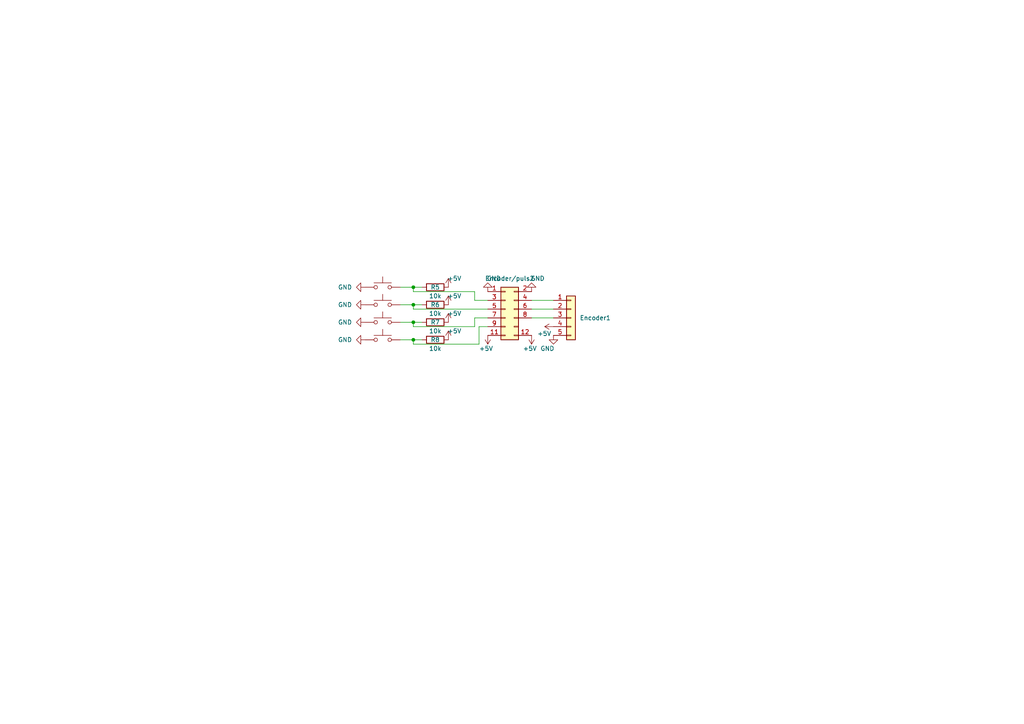
<source format=kicad_sch>
(kicad_sch (version 20211123) (generator eeschema)
  (paper "A4")
  (lib_symbols
    (symbol "Connector_Generic:Conn_01x05" (pin_names (offset 1.016) hide)
      (property "Reference" "J" (at 0 7.62 0))
      (property "Value" "Conn_01x05" (at 0 -7.62 0))
      (symbol "Conn_01x05_1_1"
        (rectangle (start -1.27 -4.953) (end 0 -5.207) (stroke (width 0.1524)))
        (rectangle (start -1.27 -2.413) (end 0 -2.667) (stroke (width 0.1524)))
        (rectangle (start -1.27 0.127) (end 0 -0.127) (stroke (width 0.1524)))
        (rectangle (start -1.27 2.667) (end 0 2.413) (stroke (width 0.1524)))
        (rectangle (start -1.27 5.207) (end 0 4.953) (stroke (width 0.1524)))
        (rectangle (start -1.27 6.35) (end 1.27 -6.35) (stroke (width 0.254)) (fill (type background)))
        (pin passive line (at -5.08 5.08 0) (length 3.81) (name "Pin_1") (number "1"))
        (pin passive line (at -5.08 2.54 0) (length 3.81) (name "Pin_2") (number "2"))
        (pin passive line (at -5.08 0 0) (length 3.81) (name "Pin_3") (number "3"))
        (pin passive line (at -5.08 -2.54 0) (length 3.81) (name "Pin_4") (number "4"))
        (pin passive line (at -5.08 -5.08 0) (length 3.81) (name "Pin_5") (number "5"))
      )
    )
    (symbol "Device:R" (pin_numbers hide) (pin_names (offset 0))
      (property "Reference" "R" (at 2.032 0 90))
      (property "Value" "R" (at 0 0 90))
      (symbol "R_0_1"
        (rectangle (start -1.016 -2.54) (end 1.016 2.54) (stroke (width 0.254)))
      )
      (symbol "R_1_1"
        (pin passive line (at 0 3.81 270) (length 1.27) (name "~") (number "1"))
        (pin passive line (at 0 -3.81 90) (length 1.27) (name "~") (number "2"))
      )
    )
    (symbol "ENCODER+PULS:Conn_02x06_Odd_Even" (pin_names (offset 1.016) hide)
      (property "Reference" "Encoder/puls1" (at 1.27 10.16 0))
      (symbol "Conn_02x06_Odd_Even_1_1"
        (rectangle (start -1.27 -7.493) (end 0 -7.747) (stroke (width 0.1524)))
        (rectangle (start -1.27 -4.953) (end 0 -5.207) (stroke (width 0.1524)))
        (rectangle (start -1.27 -2.413) (end 0 -2.667) (stroke (width 0.1524)))
        (rectangle (start -1.27 0.127) (end 0 -0.127) (stroke (width 0.1524)))
        (rectangle (start -1.27 2.667) (end 0 2.413) (stroke (width 0.1524)))
        (rectangle (start -1.27 5.207) (end 0 4.953) (stroke (width 0.1524)))
        (rectangle (start -1.27 6.35) (end 3.81 -8.89) (stroke (width 0.254)) (fill (type background)))
        (rectangle (start 3.81 -7.493) (end 2.54 -7.747) (stroke (width 0.1524)))
        (rectangle (start 3.81 -4.953) (end 2.54 -5.207) (stroke (width 0.1524)))
        (rectangle (start 3.81 -2.413) (end 2.54 -2.667) (stroke (width 0.1524)))
        (rectangle (start 3.81 0.127) (end 2.54 -0.127) (stroke (width 0.1524)))
        (rectangle (start 3.81 2.667) (end 2.54 2.413) (stroke (width 0.1524)))
        (rectangle (start 3.81 5.207) (end 2.54 4.953) (stroke (width 0.1524)))
        (pin passive line (at -5.08 5.08 0) (length 3.81) (name "Pin_1") (number "1"))
        (pin passive line (at -5.08 -7.62 0) (length 3.81) (name "Pin_11") (number "11"))
        (pin passive line (at 7.62 -7.62 180) (length 3.81) (name "Pin_12") (number "12"))
        (pin passive line (at 7.62 5.08 180) (length 3.81) (name "Pin_2") (number "2"))
        (pin passive line (at -5.08 2.54 0) (length 3.81) (name "Pin_3") (number "3"))
        (pin passive line (at 7.62 2.54 180) (length 3.81) (name "Pin_4") (number "4"))
        (pin passive line (at -5.08 0 0) (length 3.81) (name "Pin_5") (number "5"))
        (pin passive line (at 7.62 0 180) (length 3.81) (name "Pin_6") (number "6"))
        (pin passive line (at -5.08 -2.54 0) (length 3.81) (name "Pin_7") (number "7"))
        (pin passive line (at 7.62 -2.54 180) (length 3.81) (name "Pin_8") (number "8"))
        (pin passive line (at -5.08 -5.08 0) (length 3.81) (name "Pin_9") (number "9"))
      )
    )
    (symbol "Switch:SW_Push" (pin_numbers hide) (pin_names (offset 1.016) hide)
      (property "Reference" "SW" (at 1.27 2.54 0))
      (property "Value" "SW_Push" (at 0 -1.524 0))
      (symbol "SW_Push_0_1"
        (circle (center -2.032 0) (radius 0.508))
        (polyline (pts (xy 0 1.27) (xy 0 3.048)))
        (polyline (pts (xy 2.54 1.27) (xy -2.54 1.27)))
        (circle (center 2.032 0) (radius 0.508))
        (pin passive line (at -5.08 0 0) (length 2.54) (name "1") (number "1"))
        (pin passive line (at 5.08 0 180) (length 2.54) (name "2") (number "2"))
      )
    )
    (symbol "power:+5V" (power) (pin_names (offset 0))
      (property "Value" "+5V" (at 0 3.556 0))
      (symbol "+5V_0_1"
        (polyline (pts (xy -0.762 1.27) (xy 0 2.54)))
        (polyline (pts (xy 0 0) (xy 0 2.54)))
        (polyline (pts (xy 0 2.54) (xy 0.762 1.27)))
      )
      (symbol "+5V_1_1"
        (pin power_in line (at 0 0 90) (length 0) hide (name "+5V") (number "1"))
      )
    )
    (symbol "power:GND" (power) (pin_names (offset 0))
      (property "Value" "GND" (at 0 -3.81 0))
      (symbol "GND_0_1"
        (polyline (pts (xy 0 0) (xy 0 -1.27) (xy 1.27 -1.27) (xy 0 -2.54) (xy -1.27 -1.27) (xy 0 -1.27)))
      )
      (symbol "GND_1_1"
        (pin power_in line (at 0 0 270) (length 0) hide (name "GND") (number "1"))
      )
    )
  )
  (junction (at 119.888 83.312))
  (junction (at 119.888 93.472))
  (junction (at 119.888 88.392))
  (junction (at 119.888 98.552))
  (wire (pts (xy 119.888 98.552) (xy 119.888 99.822)))
  (wire (pts (xy 119.888 94.742) (xy 137.668 94.742)))
  (wire (pts (xy 116.078 88.392) (xy 119.888 88.392)))
  (wire (pts (xy 137.668 84.582) (xy 137.668 87.122)))
  (wire (pts (xy 116.078 83.312) (xy 119.888 83.312)))
  (wire (pts (xy 119.888 83.312) (xy 119.888 84.582)))
  (wire (pts (xy 154.178 92.202) (xy 160.528 92.202)))
  (wire (pts (xy 137.668 92.202) (xy 141.478 92.202)))
  (wire (pts (xy 138.938 94.742) (xy 138.938 99.822)))
  (wire (pts (xy 119.888 84.582) (xy 137.668 84.582)))
  (wire (pts (xy 119.888 88.392) (xy 122.428 88.392)))
  (wire (pts (xy 119.888 88.392) (xy 119.888 89.662)))
  (wire (pts (xy 137.668 94.742) (xy 137.668 92.202)))
  (wire (pts (xy 119.888 98.552) (xy 122.428 98.552)))
  (wire (pts (xy 119.888 99.822) (xy 138.938 99.822)))
  (wire (pts (xy 119.888 89.662) (xy 141.478 89.662)))
  (wire (pts (xy 119.888 93.472) (xy 122.428 93.472)))
  (wire (pts (xy 137.668 87.122) (xy 141.478 87.122)))
  (wire (pts (xy 119.888 93.472) (xy 119.888 94.742)))
  (wire (pts (xy 119.888 83.312) (xy 122.428 83.312)))
  (wire (pts (xy 116.078 93.472) (xy 119.888 93.472)))
  (wire (pts (xy 138.938 94.742) (xy 141.478 94.742)))
  (wire (pts (xy 116.078 98.552) (xy 119.888 98.552)))
  (wire (pts (xy 154.178 87.122) (xy 160.528 87.122)))
  (wire (pts (xy 154.178 89.662) (xy 160.528 89.662)))
  (symbol (lib_id "Switch:SW_Push") (at 110.998 93.472 0) (unit 1)
    (property "Reference" "SW2" (effects hide))
    (property "Value" "SW_Push" (effects hide))
    (property "Footprint" "Button_Switch_THT:SW_PUSH-12mm" (effects hide))
  )
  (symbol (lib_id "power:GND") (at 160.528 97.282 0) (unit 1)
    (property "Reference" "#PWR0130" (effects hide))
    (property "Value" "GND" (at 156.718 101.092 0) (effects (justify left)))
  )
  (symbol (lib_id "Device:R") (at 126.238 93.472 90) (unit 1)
    (property "Reference" "R7" (at 126.238 93.472 90))
    (property "Value" "10k" (at 126.238 96.012 90))
    (property "Footprint" "Resistor_THT:R_Axial_DIN0204_L3.6mm_D1.6mm_P5.08mm_Horizontal" (effects hide))
  )
  (symbol (lib_id "power:GND") (at 105.918 93.472 270) (unit 1)
    (property "Reference" "#PWR0116" (effects hide))
    (property "Value" "GND" (at 102.108 93.4721 90) (effects (justify right)))
  )
  (symbol (lib_id "power:+5V") (at 154.178 97.282 180) (unit 1)
    (property "Reference" "#PWR0120" (effects hide))
    (property "Value" "+5V" (at 151.638 101.092 0) (effects (justify right)))
  )
  (symbol (lib_id "power:+5V") (at 141.478 97.282 180) (unit 1)
    (property "Reference" "#PWR0121" (effects hide))
    (property "Value" "+5V" (at 138.938 101.092 0) (effects (justify right)))
  )
  (symbol (lib_id "Device:R") (at 126.238 98.552 90) (unit 1)
    (property "Reference" "R8" (at 126.238 98.552 90))
    (property "Value" "10k" (at 126.238 101.092 90))
    (property "Footprint" "Resistor_THT:R_Axial_DIN0204_L3.6mm_D1.6mm_P5.08mm_Horizontal" (effects hide))
  )
  (symbol (lib_id "Switch:SW_Push") (at 110.998 88.392 0) (unit 1)
    (property "Reference" "SW3" (effects hide))
    (property "Value" "SW_Push" (effects hide))
    (property "Footprint" "Button_Switch_THT:SW_PUSH-12mm" (effects hide))
  )
  (symbol (lib_id "Device:R") (at 126.238 88.392 90) (unit 1)
    (property "Reference" "R6" (at 126.238 88.392 90))
    (property "Value" "10k" (at 126.238 90.932 90))
    (property "Footprint" "Resistor_THT:R_Axial_DIN0204_L3.6mm_D1.6mm_P5.08mm_Horizontal" (effects hide))
  )
  (symbol (lib_id "ENCODER+PULS:Conn_02x06_Odd_Even") (at 146.558 89.662 0) (unit 1)
    (property "Reference" "Encoder/puls2" (at 147.828 80.772 0))
    (property "Value" "Conn_02x06_Odd_Even" (effects hide))
    (property "Footprint" "ENCODER+PULS:ENCODER+PULS" (effects hide))
  )
  (symbol (lib_id "power:+5V") (at 130.048 83.312 0) (unit 1)
    (property "Reference" "#PWR020" (effects hide))
    (property "Value" "+5V" (at 133.858 80.772 0) (effects (justify right)))
  )
  (symbol (lib_id "Switch:SW_Push") (at 110.998 98.552 0) (unit 1)
    (property "Reference" "SW1" (effects hide))
    (property "Value" "SW_Push" (effects hide))
    (property "Footprint" "Button_Switch_THT:SW_PUSH-12mm" (effects hide))
  )
  (symbol (lib_id "Connector_Generic:Conn_01x05") (at 165.608 92.202 0) (unit 1)
    (property "Reference" "Encoder1" (at 168.148 92.2019 0) (effects (justify left)))
    (property "Value" "Conn_01x05" (effects hide))
    (property "Footprint" "Connector_PinHeader_2.54mm:PinHeader_1x05_P2.54mm_Vertical" (effects hide))
  )
  (symbol (lib_id "power:GND") (at 154.178 84.582 180) (unit 1)
    (property "Reference" "#PWR017" (effects hide))
    (property "Value" "GND" (at 157.988 80.772 0) (effects (justify left)))
  )
  (symbol (lib_id "power:+5V") (at 160.528 94.742 90) (unit 1)
    (property "Reference" "#PWR0133" (effects hide))
    (property "Value" "+5V" (at 155.8145 96.7619 90) (effects (justify right)))
  )
  (symbol (lib_id "Device:R") (at 126.238 83.312 90) (unit 1)
    (property "Reference" "R5" (at 126.238 83.312 90))
    (property "Value" "10k" (at 126.238 85.852 90))
    (property "Footprint" "Resistor_THT:R_Axial_DIN0204_L3.6mm_D1.6mm_P5.08mm_Horizontal" (effects hide))
  )
  (symbol (lib_id "power:GND") (at 141.478 84.582 180) (unit 1)
    (property "Reference" "#PWR019" (effects hide))
    (property "Value" "GND" (at 145.288 80.772 0) (effects (justify left)))
  )
  (symbol (lib_id "Switch:SW_Push") (at 110.998 83.312 0) (unit 1)
    (property "Reference" "SW4" (effects hide))
    (property "Value" "SW_Push" (effects hide))
    (property "Footprint" "Button_Switch_THT:SW_PUSH-12mm" (effects hide))
  )
  (symbol (lib_id "power:GND") (at 105.918 98.552 270) (unit 1)
    (property "Reference" "#PWR0115" (effects hide))
    (property "Value" "GND" (at 102.108 98.5521 90) (effects (justify right)))
  )
  (symbol (lib_id "power:GND") (at 105.918 88.392 270) (unit 1)
    (property "Reference" "#PWR0117" (effects hide))
    (property "Value" "GND" (at 102.108 88.3921 90) (effects (justify right)))
  )
  (symbol (lib_id "power:GND") (at 105.918 83.312 270) (unit 1)
    (property "Reference" "#PWR0118" (effects hide))
    (property "Value" "GND" (at 102.108 83.3121 90) (effects (justify right)))
  )
  (symbol (lib_id "power:+5V") (at 130.048 88.392 0) (unit 1)
    (property "Reference" "#PWR021" (effects hide))
    (property "Value" "+5V" (at 133.858 85.852 0) (effects (justify right)))
  )
  (symbol (lib_id "power:+5V") (at 130.048 98.552 0) (unit 1)
    (property "Reference" "#PWR023" (effects hide))
    (property "Value" "+5V" (at 133.858 96.012 0) (effects (justify right)))
  )
  (symbol (lib_id "power:+5V") (at 130.048 93.472 0) (unit 1)
    (property "Reference" "#PWR022" (effects hide))
    (property "Value" "+5V" (at 133.858 90.932 0) (effects (justify right)))
  )
)
</source>
